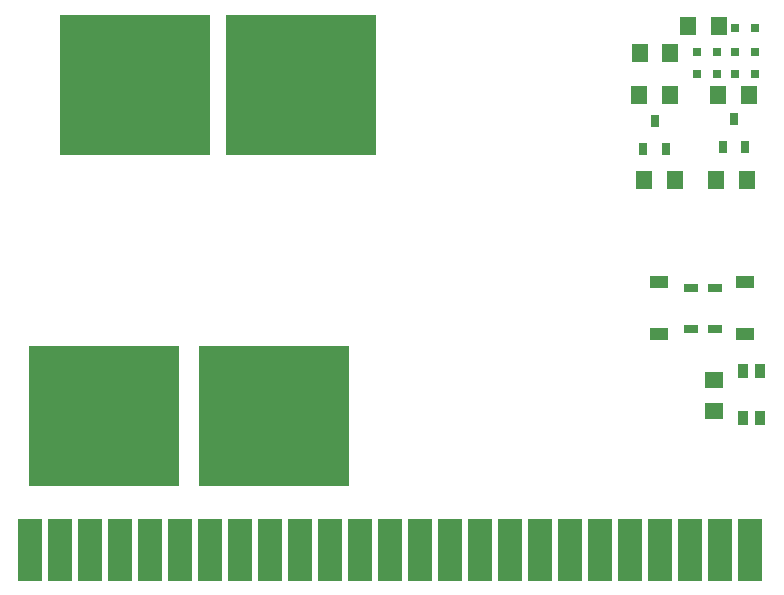
<source format=gbr>
%TF.GenerationSoftware,KiCad,Pcbnew,(5.1.10)-1*%
%TF.CreationDate,2022-07-01T20:44:37+09:00*%
%TF.ProjectId,DriveUnit_B-series(ver1.0),44726976-6555-46e6-9974-5f422d736572,rev?*%
%TF.SameCoordinates,Original*%
%TF.FileFunction,Paste,Top*%
%TF.FilePolarity,Positive*%
%FSLAX46Y46*%
G04 Gerber Fmt 4.6, Leading zero omitted, Abs format (unit mm)*
G04 Created by KiCad (PCBNEW (5.1.10)-1) date 2022-07-01 20:44:37*
%MOMM*%
%LPD*%
G01*
G04 APERTURE LIST*
%ADD10R,12.700000X11.938000*%
%ADD11R,0.800000X1.000000*%
%ADD12R,1.600000X1.050000*%
%ADD13R,1.650000X1.400000*%
%ADD14R,1.400000X1.650000*%
%ADD15R,0.800000X0.800000*%
%ADD16R,1.220000X0.780000*%
%ADD17R,0.900000X1.200000*%
%ADD18R,2.000000X5.300000*%
G04 APERTURE END LIST*
D10*
%TO.C,3813-HA1*%
X126831100Y-86788200D03*
%TD*%
%TO.C,3813-HB1*%
X140951100Y-86788200D03*
%TD*%
%TO.C,3813-LA1*%
X124251100Y-114859000D03*
%TD*%
%TO.C,3813-LB1*%
X138641100Y-114859000D03*
%TD*%
D11*
%TO.C,TR1*%
X177591100Y-89663600D03*
X176641100Y-92063600D03*
X178541100Y-92063600D03*
%TD*%
%TO.C,TR2*%
X170861100Y-89853600D03*
X169911100Y-92253600D03*
X171811100Y-92253600D03*
%TD*%
D12*
%TO.C,SW1*%
X171251100Y-107943600D03*
X171251100Y-103493600D03*
%TD*%
%TO.C,SW2*%
X178541100Y-107943600D03*
X178541100Y-103493600D03*
%TD*%
D13*
%TO.C,R11*%
X175851100Y-111823600D03*
X175851100Y-114423600D03*
%TD*%
D14*
%TO.C,R3*%
X172191100Y-84083600D03*
X169591100Y-84083600D03*
%TD*%
%TO.C,R22*%
X176306100Y-81853600D03*
X173706100Y-81853600D03*
%TD*%
%TO.C,R5*%
X178671100Y-94863600D03*
X176071100Y-94863600D03*
%TD*%
%TO.C,R6*%
X169951100Y-94903600D03*
X172551100Y-94903600D03*
%TD*%
%TO.C,R7*%
X178841100Y-87703600D03*
X176241100Y-87703600D03*
%TD*%
%TO.C,R8*%
X169581100Y-87703600D03*
X172181100Y-87703600D03*
%TD*%
D15*
%TO.C,LED4*%
X179361100Y-85903600D03*
X177711100Y-85903600D03*
%TD*%
%TO.C,LED5*%
X176131100Y-85903600D03*
X174481100Y-85903600D03*
%TD*%
D16*
%TO.C,D8*%
X173931100Y-107473600D03*
X173931100Y-103993600D03*
%TD*%
%TO.C,D9*%
X175971100Y-107473600D03*
X175971100Y-103993600D03*
%TD*%
D17*
%TO.C,SW3*%
X178311100Y-115013600D03*
X178311100Y-111013600D03*
X179811100Y-111013600D03*
X179811100Y-115013600D03*
%TD*%
D18*
%TO.C,EDGE1*%
X178981100Y-126153600D03*
X176441100Y-126153600D03*
X173901100Y-126153600D03*
X171361100Y-126153600D03*
X168821100Y-126153600D03*
X166281100Y-126153600D03*
X163741100Y-126153600D03*
X161201100Y-126153600D03*
X158661100Y-126153600D03*
X156121100Y-126153600D03*
X153581100Y-126153600D03*
X151041100Y-126153600D03*
X148501100Y-126153600D03*
X145961100Y-126153600D03*
X143421100Y-126153600D03*
X140881100Y-126153600D03*
X138341100Y-126153600D03*
X135801100Y-126153600D03*
X133261100Y-126153600D03*
X130721100Y-126153600D03*
X128181100Y-126153600D03*
X125641100Y-126153600D03*
X123101100Y-126153600D03*
X120561100Y-126153600D03*
X118021100Y-126153600D03*
%TD*%
D15*
%TO.C,LED1*%
X179361100Y-84053600D03*
X177711100Y-84053600D03*
%TD*%
%TO.C,LED2*%
X176111100Y-84053600D03*
X174461100Y-84053600D03*
%TD*%
%TO.C,LED3*%
X177711100Y-82003600D03*
X179361100Y-82003600D03*
%TD*%
M02*

</source>
